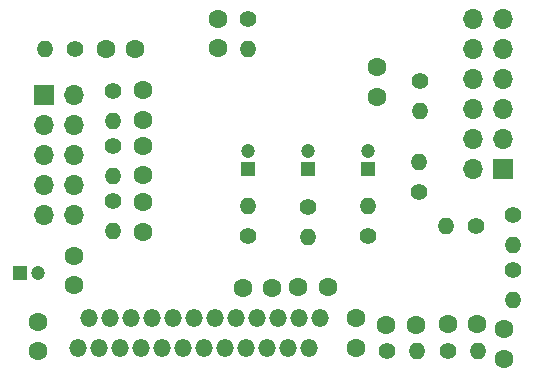
<source format=gbr>
%TF.GenerationSoftware,KiCad,Pcbnew,7.0.7*%
%TF.CreationDate,2024-03-26T11:27:05-06:00*%
%TF.ProjectId,rgb2comp,72676232-636f-46d7-902e-6b696361645f,1.0*%
%TF.SameCoordinates,Original*%
%TF.FileFunction,Soldermask,Bot*%
%TF.FilePolarity,Negative*%
%FSLAX46Y46*%
G04 Gerber Fmt 4.6, Leading zero omitted, Abs format (unit mm)*
G04 Created by KiCad (PCBNEW 7.0.7) date 2024-03-26 11:27:05*
%MOMM*%
%LPD*%
G01*
G04 APERTURE LIST*
%ADD10R,1.700000X1.700000*%
%ADD11O,1.700000X1.700000*%
%ADD12C,1.400000*%
%ADD13O,1.400000X1.400000*%
%ADD14C,1.600000*%
%ADD15R,1.200000X1.200000*%
%ADD16C,1.200000*%
%ADD17O,1.500000X1.500000*%
G04 APERTURE END LIST*
D10*
%TO.C,J2*%
X167005000Y-90716500D03*
D11*
X164465000Y-90716500D03*
X167005000Y-88176500D03*
X164465000Y-88176500D03*
X167005000Y-85636500D03*
X164465000Y-85636500D03*
X167005000Y-83096500D03*
X164465000Y-83096500D03*
X167005000Y-80556500D03*
X164465000Y-80556500D03*
X167005000Y-78016500D03*
X164465000Y-78016500D03*
%TD*%
D12*
%TO.C,R3*%
X133985000Y-84130000D03*
D13*
X133985000Y-86670000D03*
%TD*%
D14*
%TO.C,C18*%
X156350000Y-82150000D03*
X156350000Y-84650000D03*
%TD*%
D12*
%TO.C,R1*%
X130760000Y-80556500D03*
D13*
X128220000Y-80556500D03*
%TD*%
D12*
%TO.C,R13*%
X155575000Y-96381500D03*
D13*
X155575000Y-93841500D03*
%TD*%
D12*
%TO.C,R4*%
X134000000Y-93480000D03*
D13*
X134000000Y-96020000D03*
%TD*%
D15*
%TO.C,C8*%
X126077401Y-99550000D03*
D16*
X127577401Y-99550000D03*
%TD*%
D12*
%TO.C,R6*%
X160000000Y-83280000D03*
D13*
X160000000Y-85820000D03*
%TD*%
D12*
%TO.C,R10*%
X162330000Y-106150000D03*
D13*
X164870000Y-106150000D03*
%TD*%
D12*
%TO.C,R7*%
X167800000Y-99330000D03*
D13*
X167800000Y-101870000D03*
%TD*%
D14*
%TO.C,C3*%
X136500000Y-86600000D03*
X136500000Y-84100000D03*
%TD*%
D12*
%TO.C,C19*%
X164700000Y-95550000D03*
D13*
X162160000Y-95550000D03*
%TD*%
D12*
%TO.C,R2*%
X133985000Y-88811500D03*
D13*
X133985000Y-91351500D03*
%TD*%
D17*
%TO.C,V1*%
X151473500Y-103330000D03*
X150584500Y-105870000D03*
X149695500Y-103330000D03*
X148806500Y-105870000D03*
X147917500Y-103330000D03*
X147028500Y-105870000D03*
X146139500Y-103330000D03*
X145250500Y-105870000D03*
X144361500Y-103330000D03*
X143472500Y-105870000D03*
X142583500Y-103330000D03*
X141694500Y-105870000D03*
X140805500Y-103330000D03*
X139916500Y-105870000D03*
X139027500Y-103330000D03*
X138138500Y-105870000D03*
X137249500Y-103330000D03*
X136360500Y-105870000D03*
X135471500Y-103330000D03*
X134582500Y-105870000D03*
X133693500Y-103330000D03*
X132804500Y-105870000D03*
X131915500Y-103330000D03*
X131026500Y-105870000D03*
%TD*%
D12*
%TO.C,R9*%
X157130000Y-106150000D03*
D13*
X159670000Y-106150000D03*
%TD*%
D14*
%TO.C,C4*%
X136500000Y-96050000D03*
X136500000Y-93550000D03*
%TD*%
D12*
%TO.C,R11*%
X145415000Y-96381500D03*
D13*
X145415000Y-93841500D03*
%TD*%
D14*
%TO.C,C1*%
X133370000Y-80556500D03*
X135870000Y-80556500D03*
%TD*%
%TO.C,C17*%
X149650000Y-100750000D03*
X152150000Y-100750000D03*
%TD*%
%TO.C,C7*%
X127600000Y-106200000D03*
X127600000Y-103700000D03*
%TD*%
D15*
%TO.C,C10*%
X155575000Y-90716500D03*
D16*
X155575000Y-89216500D03*
%TD*%
D14*
%TO.C,C12*%
X157100000Y-103950000D03*
X159600000Y-103950000D03*
%TD*%
%TO.C,C15*%
X154550000Y-105900000D03*
X154550000Y-103400000D03*
%TD*%
%TO.C,C5*%
X142875000Y-80536500D03*
X142875000Y-78036500D03*
%TD*%
D10*
%TO.C,J1*%
X128138000Y-84460000D03*
D11*
X130678000Y-84460000D03*
X128138000Y-87000000D03*
X130678000Y-87000000D03*
X128138000Y-89540000D03*
X130678000Y-89540000D03*
X128138000Y-92080000D03*
X130678000Y-92080000D03*
X128138000Y-94620000D03*
X130678000Y-94620000D03*
%TD*%
D15*
%TO.C,C9*%
X150495000Y-90716500D03*
D16*
X150495000Y-89216500D03*
%TD*%
D15*
%TO.C,C6*%
X145415000Y-90716500D03*
D16*
X145415000Y-89216500D03*
%TD*%
D12*
%TO.C,R12*%
X150495000Y-93941500D03*
D13*
X150495000Y-96481500D03*
%TD*%
D12*
%TO.C,R5*%
X145415000Y-78066500D03*
D13*
X145415000Y-80606500D03*
%TD*%
D14*
%TO.C,C14*%
X167100000Y-106800000D03*
X167100000Y-104300000D03*
%TD*%
%TO.C,C2*%
X136500000Y-91300000D03*
X136500000Y-88800000D03*
%TD*%
D12*
%TO.C,R14*%
X159850000Y-92720000D03*
D13*
X159850000Y-90180000D03*
%TD*%
D14*
%TO.C,C13*%
X162300000Y-103900000D03*
X164800000Y-103900000D03*
%TD*%
D12*
%TO.C,R8*%
X167850000Y-94630000D03*
D13*
X167850000Y-97170000D03*
%TD*%
D14*
%TO.C,C11*%
X130650000Y-100600000D03*
X130650000Y-98100000D03*
%TD*%
%TO.C,C16*%
X147450000Y-100800000D03*
X144950000Y-100800000D03*
%TD*%
M02*

</source>
